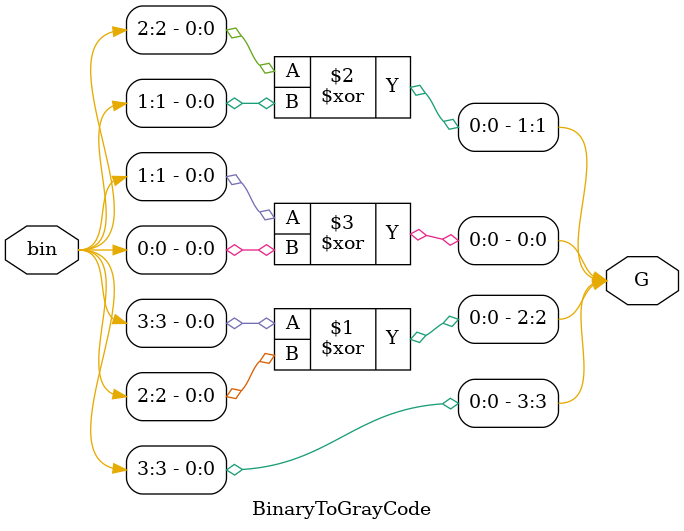
<source format=v>

module BinaryToGrayCode(
input [3:0] bin,
output [3:0] G
    );

assign G[3] = bin[3];
assign G[2] = bin[3] ^ bin[2];
assign G[1] = bin[2] ^ bin[1];
assign G[0] = bin[1] ^ bin[0];

endmodule

</source>
